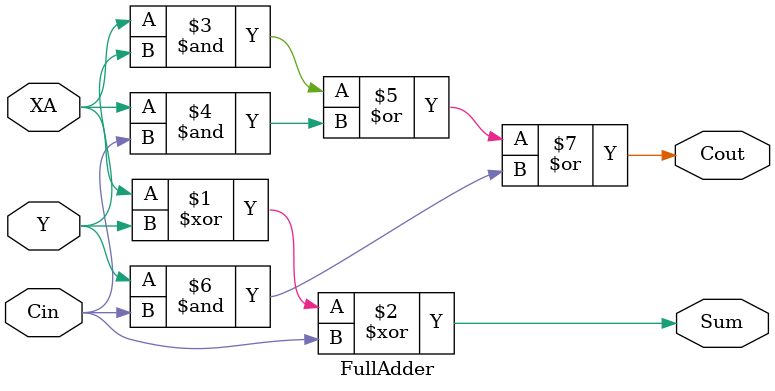
<source format=v>
module FullAdder (
    input XA, 
    input Y, 
    input Cin, 
    output Cout, 
    output Sum

);

    assign Sum = XA ^ Y ^ Cin;
    assign Cout = (XA & Y) | (XA & Cin) | (Y & Cin);

endmodule 
</source>
